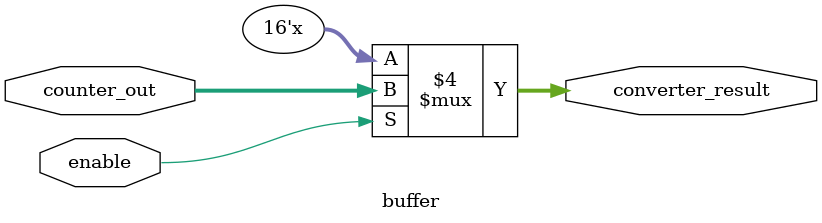
<source format=v>
module buffer #(parameter PERIODS_DIM = 16) (
	input wire[PERIODS_DIM-1:0] counter_out,
	input wire enable,
	output reg[PERIODS_DIM-1:0] converter_result
);

initial converter_result <= 0;

always @(counter_out) begin
		if(enable)
			converter_result <= counter_out;
		else
			converter_result <= converter_result;
end 

endmodule



</source>
